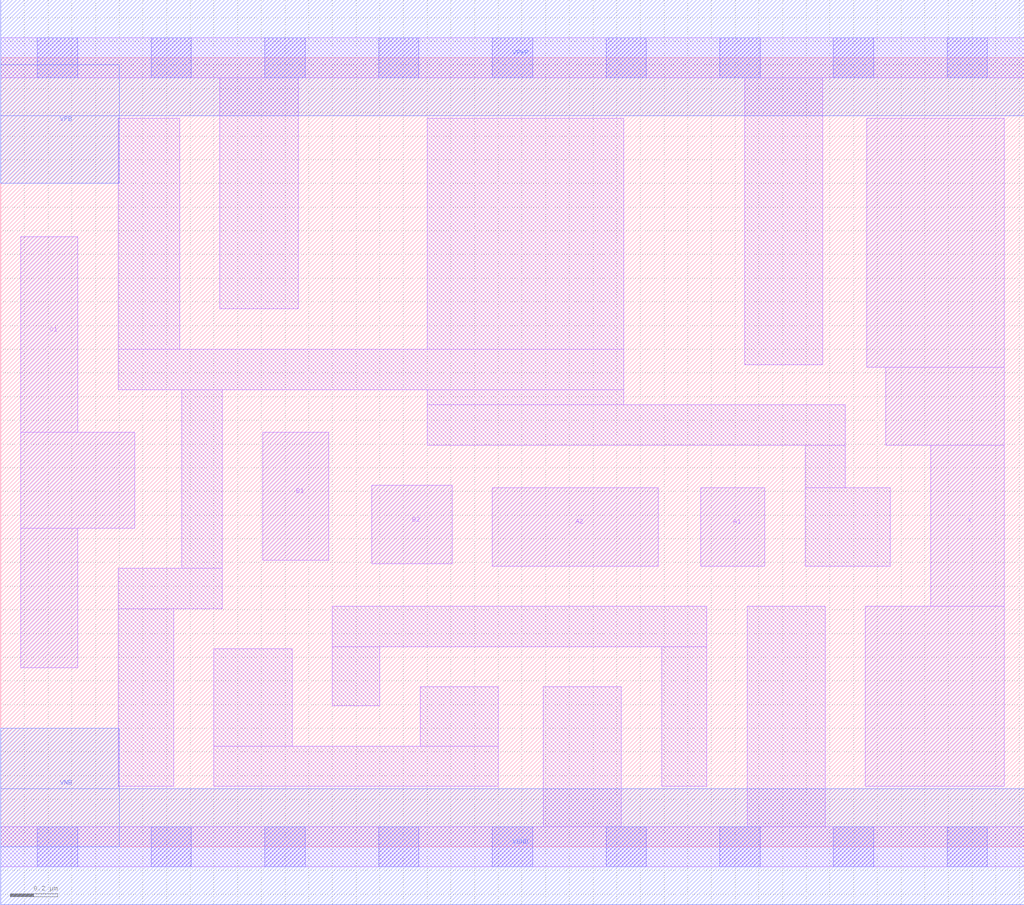
<source format=lef>
# Copyright 2020 The SkyWater PDK Authors
#
# Licensed under the Apache License, Version 2.0 (the "License");
# you may not use this file except in compliance with the License.
# You may obtain a copy of the License at
#
#     https://www.apache.org/licenses/LICENSE-2.0
#
# Unless required by applicable law or agreed to in writing, software
# distributed under the License is distributed on an "AS IS" BASIS,
# WITHOUT WARRANTIES OR CONDITIONS OF ANY KIND, either express or implied.
# See the License for the specific language governing permissions and
# limitations under the License.
#
# SPDX-License-Identifier: Apache-2.0

VERSION 5.5 ;
NAMESCASESENSITIVE ON ;
BUSBITCHARS "[]" ;
DIVIDERCHAR "/" ;
MACRO sky130_fd_sc_lp__o221a_1
  CLASS CORE ;
  SOURCE USER ;
  ORIGIN  0.000000  0.000000 ;
  SIZE  4.320000 BY  3.330000 ;
  SYMMETRY X Y R90 ;
  SITE unit ;
  PIN A1
    ANTENNAGATEAREA  0.315000 ;
    DIRECTION INPUT ;
    USE SIGNAL ;
    PORT
      LAYER li1 ;
        RECT 2.955000 1.185000 3.225000 1.515000 ;
    END
  END A1
  PIN A2
    ANTENNAGATEAREA  0.315000 ;
    DIRECTION INPUT ;
    USE SIGNAL ;
    PORT
      LAYER li1 ;
        RECT 2.075000 1.185000 2.775000 1.515000 ;
    END
  END A2
  PIN B1
    ANTENNAGATEAREA  0.315000 ;
    DIRECTION INPUT ;
    USE SIGNAL ;
    PORT
      LAYER li1 ;
        RECT 1.105000 1.210000 1.385000 1.750000 ;
    END
  END B1
  PIN B2
    ANTENNAGATEAREA  0.315000 ;
    DIRECTION INPUT ;
    USE SIGNAL ;
    PORT
      LAYER li1 ;
        RECT 1.565000 1.195000 1.905000 1.525000 ;
    END
  END B2
  PIN C1
    ANTENNAGATEAREA  0.315000 ;
    DIRECTION INPUT ;
    USE SIGNAL ;
    PORT
      LAYER li1 ;
        RECT 0.085000 0.755000 0.325000 1.345000 ;
        RECT 0.085000 1.345000 0.565000 1.750000 ;
        RECT 0.085000 1.750000 0.325000 2.575000 ;
    END
  END C1
  PIN X
    ANTENNADIFFAREA  0.581700 ;
    DIRECTION OUTPUT ;
    USE SIGNAL ;
    PORT
      LAYER li1 ;
        RECT 3.650000 0.255000 4.235000 1.015000 ;
        RECT 3.655000 2.025000 4.235000 3.075000 ;
        RECT 3.735000 1.695000 4.235000 2.025000 ;
        RECT 3.925000 1.015000 4.235000 1.695000 ;
    END
  END X
  PIN VGND
    DIRECTION INOUT ;
    USE GROUND ;
    PORT
      LAYER met1 ;
        RECT 0.000000 -0.245000 4.320000 0.245000 ;
    END
  END VGND
  PIN VNB
    DIRECTION INOUT ;
    USE GROUND ;
    PORT
      LAYER met1 ;
        RECT 0.000000 0.000000 0.500000 0.500000 ;
    END
  END VNB
  PIN VPB
    DIRECTION INOUT ;
    USE POWER ;
    PORT
      LAYER met1 ;
        RECT 0.000000 2.800000 0.500000 3.300000 ;
    END
  END VPB
  PIN VPWR
    DIRECTION INOUT ;
    USE POWER ;
    PORT
      LAYER met1 ;
        RECT 0.000000 3.085000 4.320000 3.575000 ;
    END
  END VPWR
  OBS
    LAYER li1 ;
      RECT 0.000000 -0.085000 4.320000 0.085000 ;
      RECT 0.000000  3.245000 4.320000 3.415000 ;
      RECT 0.495000  0.255000 0.730000 1.005000 ;
      RECT 0.495000  1.005000 0.935000 1.175000 ;
      RECT 0.495000  1.930000 2.630000 2.100000 ;
      RECT 0.495000  2.100000 0.755000 3.075000 ;
      RECT 0.765000  1.175000 0.935000 1.930000 ;
      RECT 0.900000  0.255000 2.100000 0.425000 ;
      RECT 0.900000  0.425000 1.230000 0.835000 ;
      RECT 0.925000  2.270000 1.255000 3.245000 ;
      RECT 1.400000  0.595000 1.600000 0.845000 ;
      RECT 1.400000  0.845000 2.980000 1.015000 ;
      RECT 1.770000  0.425000 2.100000 0.675000 ;
      RECT 1.800000  1.695000 3.565000 1.865000 ;
      RECT 1.800000  1.865000 2.630000 1.930000 ;
      RECT 1.800000  2.100000 2.630000 3.075000 ;
      RECT 2.290000  0.085000 2.620000 0.675000 ;
      RECT 2.790000  0.255000 2.980000 0.845000 ;
      RECT 3.140000  2.035000 3.470000 3.245000 ;
      RECT 3.150000  0.085000 3.480000 1.015000 ;
      RECT 3.395000  1.185000 3.755000 1.515000 ;
      RECT 3.395000  1.515000 3.565000 1.695000 ;
    LAYER mcon ;
      RECT 0.155000 -0.085000 0.325000 0.085000 ;
      RECT 0.155000  3.245000 0.325000 3.415000 ;
      RECT 0.635000 -0.085000 0.805000 0.085000 ;
      RECT 0.635000  3.245000 0.805000 3.415000 ;
      RECT 1.115000 -0.085000 1.285000 0.085000 ;
      RECT 1.115000  3.245000 1.285000 3.415000 ;
      RECT 1.595000 -0.085000 1.765000 0.085000 ;
      RECT 1.595000  3.245000 1.765000 3.415000 ;
      RECT 2.075000 -0.085000 2.245000 0.085000 ;
      RECT 2.075000  3.245000 2.245000 3.415000 ;
      RECT 2.555000 -0.085000 2.725000 0.085000 ;
      RECT 2.555000  3.245000 2.725000 3.415000 ;
      RECT 3.035000 -0.085000 3.205000 0.085000 ;
      RECT 3.035000  3.245000 3.205000 3.415000 ;
      RECT 3.515000 -0.085000 3.685000 0.085000 ;
      RECT 3.515000  3.245000 3.685000 3.415000 ;
      RECT 3.995000 -0.085000 4.165000 0.085000 ;
      RECT 3.995000  3.245000 4.165000 3.415000 ;
  END
END sky130_fd_sc_lp__o221a_1
END LIBRARY

</source>
